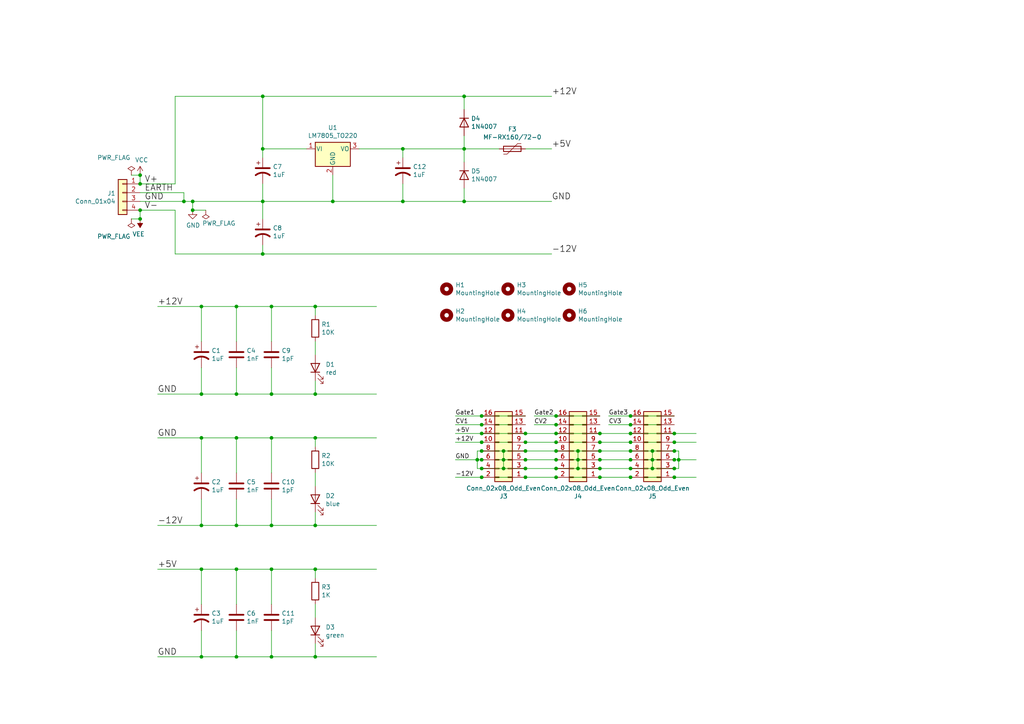
<source format=kicad_sch>
(kicad_sch (version 20230121) (generator eeschema)
  (paper "A4")
  (title_block (title "Eurorack Low  Noise Power") (date "2018-12-30") (rev "1") (company "Oliver Walczak"))
  (lib_symbols
    (symbol "Connector_Generic:Conn_01x04" (pin_names (offset 1.016) hide)
      (property "Reference" "J" (at 0 5.08 0))
      (property "Value" "Conn_01x04" (at 0 -7.62 0))
      (symbol "Conn_01x04_1_1"
        (rectangle (start -1.27 -4.953) (end 0 -5.207) (stroke (width 0.1524)))
        (rectangle (start -1.27 -2.413) (end 0 -2.667) (stroke (width 0.1524)))
        (rectangle (start -1.27 0.127) (end 0 -0.127) (stroke (width 0.1524)))
        (rectangle (start -1.27 2.667) (end 0 2.413) (stroke (width 0.1524)))
        (rectangle (start -1.27 3.81) (end 1.27 -6.35) (stroke (width 0.254)) (fill (type background)))
        (pin passive line (at -5.08 2.54 0) (length 3.81) (name "Pin_1") (number "1"))
        (pin passive line (at -5.08 0 0) (length 3.81) (name "Pin_2") (number "2"))
        (pin passive line (at -5.08 -2.54 0) (length 3.81) (name "Pin_3") (number "3"))
        (pin passive line (at -5.08 -5.08 0) (length 3.81) (name "Pin_4") (number "4"))
      )
    )
    (symbol "Connector_Generic:Conn_02x08_Odd_Even" (pin_names (offset 1.016) hide)
      (property "Reference" "J" (at 1.27 10.16 0))
      (property "Value" "Conn_02x08_Odd_Even" (at 1.27 -12.7 0))
      (symbol "Conn_02x08_Odd_Even_1_1"
        (rectangle (start -1.27 -10.033) (end 0 -10.287) (stroke (width 0.1524)))
        (rectangle (start -1.27 -7.493) (end 0 -7.747) (stroke (width 0.1524)))
        (rectangle (start -1.27 -4.953) (end 0 -5.207) (stroke (width 0.1524)))
        (rectangle (start -1.27 -2.413) (end 0 -2.667) (stroke (width 0.1524)))
        (rectangle (start -1.27 0.127) (end 0 -0.127) (stroke (width 0.1524)))
        (rectangle (start -1.27 2.667) (end 0 2.413) (stroke (width 0.1524)))
        (rectangle (start -1.27 5.207) (end 0 4.953) (stroke (width 0.1524)))
        (rectangle (start -1.27 7.747) (end 0 7.493) (stroke (width 0.1524)))
        (rectangle (start -1.27 8.89) (end 3.81 -11.43) (stroke (width 0.254)) (fill (type background)))
        (rectangle (start 3.81 -10.033) (end 2.54 -10.287) (stroke (width 0.1524)))
        (rectangle (start 3.81 -7.493) (end 2.54 -7.747) (stroke (width 0.1524)))
        (rectangle (start 3.81 -4.953) (end 2.54 -5.207) (stroke (width 0.1524)))
        (rectangle (start 3.81 -2.413) (end 2.54 -2.667) (stroke (width 0.1524)))
        (rectangle (start 3.81 0.127) (end 2.54 -0.127) (stroke (width 0.1524)))
        (rectangle (start 3.81 2.667) (end 2.54 2.413) (stroke (width 0.1524)))
        (rectangle (start 3.81 5.207) (end 2.54 4.953) (stroke (width 0.1524)))
        (rectangle (start 3.81 7.747) (end 2.54 7.493) (stroke (width 0.1524)))
        (pin passive line (at -5.08 7.62 0) (length 3.81) (name "Pin_1") (number "1"))
        (pin passive line (at 7.62 -2.54 180) (length 3.81) (name "Pin_10") (number "10"))
        (pin passive line (at -5.08 -5.08 0) (length 3.81) (name "Pin_11") (number "11"))
        (pin passive line (at 7.62 -5.08 180) (length 3.81) (name "Pin_12") (number "12"))
        (pin passive line (at -5.08 -7.62 0) (length 3.81) (name "Pin_13") (number "13"))
        (pin passive line (at 7.62 -7.62 180) (length 3.81) (name "Pin_14") (number "14"))
        (pin passive line (at -5.08 -10.16 0) (length 3.81) (name "Pin_15") (number "15"))
        (pin passive line (at 7.62 -10.16 180) (length 3.81) (name "Pin_16") (number "16"))
        (pin passive line (at 7.62 7.62 180) (length 3.81) (name "Pin_2") (number "2"))
        (pin passive line (at -5.08 5.08 0) (length 3.81) (name "Pin_3") (number "3"))
        (pin passive line (at 7.62 5.08 180) (length 3.81) (name "Pin_4") (number "4"))
        (pin passive line (at -5.08 2.54 0) (length 3.81) (name "Pin_5") (number "5"))
        (pin passive line (at 7.62 2.54 180) (length 3.81) (name "Pin_6") (number "6"))
        (pin passive line (at -5.08 0 0) (length 3.81) (name "Pin_7") (number "7"))
        (pin passive line (at 7.62 0 180) (length 3.81) (name "Pin_8") (number "8"))
        (pin passive line (at -5.08 -2.54 0) (length 3.81) (name "Pin_9") (number "9"))
      )
    )
    (symbol "Device:C" (pin_numbers hide) (pin_names (offset 0.254))
      (property "Reference" "C" (at 0.635 2.54 0))
      (property "Value" "C" (at 0.635 -2.54 0))
      (symbol "C_0_1"
        (polyline (pts (xy -2.032 -0.762) (xy 2.032 -0.762)) (stroke (width 0.508)))
        (polyline (pts (xy -2.032 0.762) (xy 2.032 0.762)) (stroke (width 0.508)))
      )
      (symbol "C_1_1"
        (pin passive line (at 0 3.81 270) (length 2.794) (name "~") (number "1"))
        (pin passive line (at 0 -3.81 90) (length 2.794) (name "~") (number "2"))
      )
    )
    (symbol "Device:D" (pin_numbers hide) (pin_names (offset 1.016) hide)
      (property "Reference" "D" (at 0 2.54 0))
      (property "Value" "D" (at 0 -2.54 0))
      (symbol "D_0_1"
        (polyline (pts (xy -1.27 1.27) (xy -1.27 -1.27)) (stroke (width 0.254)))
        (polyline (pts (xy 1.27 0) (xy -1.27 0)))
        (polyline (pts (xy 1.27 1.27) (xy 1.27 -1.27) (xy -1.27 0) (xy 1.27 1.27)) (stroke (width 0.254)))
      )
      (symbol "D_1_1"
        (pin passive line (at -3.81 0 0) (length 2.54) (name "K") (number "1"))
        (pin passive line (at 3.81 0 180) (length 2.54) (name "A") (number "2"))
      )
    )
    (symbol "Device:LED" (pin_numbers hide) (pin_names (offset 1.016) hide)
      (property "Reference" "D" (at 0 2.54 0))
      (property "Value" "LED" (at 0 -2.54 0))
      (symbol "LED_0_1"
        (polyline (pts (xy -1.27 -1.27) (xy -1.27 1.27)) (stroke (width 0.254)))
        (polyline (pts (xy -1.27 0) (xy 1.27 0)))
        (polyline (pts (xy 1.27 -1.27) (xy 1.27 1.27) (xy -1.27 0) (xy 1.27 -1.27)) (stroke (width 0.254)))
        (polyline (pts (xy -3.048 -0.762) (xy -4.572 -2.286) (xy -3.81 -2.286) (xy -4.572 -2.286) (xy -4.572 -1.524)))
        (polyline (pts (xy -1.778 -0.762) (xy -3.302 -2.286) (xy -2.54 -2.286) (xy -3.302 -2.286) (xy -3.302 -1.524)))
      )
      (symbol "LED_1_1"
        (pin passive line (at -3.81 0 0) (length 2.54) (name "K") (number "1"))
        (pin passive line (at 3.81 0 180) (length 2.54) (name "A") (number "2"))
      )
    )
    (symbol "Device:Polyfuse" (pin_numbers hide) (pin_names (offset 0))
      (property "Reference" "F" (at -2.54 0 90))
      (property "Value" "Polyfuse" (at 2.54 0 90))
      (symbol "Polyfuse_0_1"
        (rectangle (start -0.762 2.54) (end 0.762 -2.54) (stroke (width 0.254)))
        (polyline (pts (xy 0 2.54) (xy 0 -2.54)))
        (polyline (pts (xy -1.524 2.54) (xy -1.524 1.524) (xy 1.524 -1.524) (xy 1.524 -2.54)))
      )
      (symbol "Polyfuse_1_1"
        (pin passive line (at 0 3.81 270) (length 1.27) (name "~") (number "1"))
        (pin passive line (at 0 -3.81 90) (length 1.27) (name "~") (number "2"))
      )
    )
    (symbol "Device:R" (pin_numbers hide) (pin_names (offset 0))
      (property "Reference" "R" (at 2.032 0 90))
      (property "Value" "R" (at 0 0 90))
      (symbol "R_0_1"
        (rectangle (start -1.016 -2.54) (end 1.016 2.54) (stroke (width 0.254)))
      )
      (symbol "R_1_1"
        (pin passive line (at 0 3.81 270) (length 1.27) (name "~") (number "1"))
        (pin passive line (at 0 -3.81 90) (length 1.27) (name "~") (number "2"))
      )
    )
    (symbol "EuroRack_LowNoisePowerPCB-rescue:CP1-Device" (pin_numbers hide) (pin_names (offset 0.254) hide)
      (property "Reference" "C" (at 0.635 2.54 0))
      (property "Value" "Device_CP1" (at 0.635 -2.54 0))
      (symbol "CP1-Device_0_1"
        (polyline (pts (xy -2.032 0.762) (xy 2.032 0.762)) (stroke (width 0.508)))
        (polyline (pts (xy -1.778 2.286) (xy -0.762 2.286)))
        (polyline (pts (xy -1.27 1.778) (xy -1.27 2.794)))
        (arc (start 2.032 -1.27) (mid 0 -0.5572) (end -2.032 -1.27) (stroke (width 0.508)))
      )
      (symbol "CP1-Device_1_1"
        (pin passive line (at 0 3.81 270) (length 2.794) (name "~") (number "1"))
        (pin passive line (at 0 -3.81 90) (length 3.302) (name "~") (number "2"))
      )
    )
    (symbol "Mechanical:MountingHole" (pin_names (offset 1.016))
      (property "Reference" "H" (at 0 5.08 0))
      (property "Value" "MountingHole" (at 0 3.175 0))
      (symbol "MountingHole_0_1"
        (circle (center 0 0) (radius 1.27) (stroke (width 1.27)))
      )
    )
    (symbol "Regulator_Linear:LM7805_TO220" (pin_names (offset 0.254))
      (property "Reference" "U" (at -3.81 3.175 0))
      (property "Value" "LM7805_TO220" (at 0 3.175 0))
      (symbol "LM7805_TO220_0_1"
        (rectangle (start -5.08 1.905) (end 5.08 -5.08) (stroke (width 0.254)) (fill (type background)))
      )
      (symbol "LM7805_TO220_1_1"
        (pin power_in line (at -7.62 0 0) (length 2.54) (name "VI") (number "1"))
        (pin power_in line (at 0 -7.62 90) (length 2.54) (name "GND") (number "2"))
        (pin power_out line (at 7.62 0 180) (length 2.54) (name "VO") (number "3"))
      )
    )
    (symbol "power:GND" (power) (pin_names (offset 0))
      (property "Value" "GND" (at 0 -3.81 0))
      (symbol "GND_0_1"
        (polyline (pts (xy 0 0) (xy 0 -1.27) (xy 1.27 -1.27) (xy 0 -2.54) (xy -1.27 -1.27) (xy 0 -1.27)))
      )
      (symbol "GND_1_1"
        (pin power_in line (at 0 0 270) (length 0) hide (name "GND") (number "1"))
      )
    )
    (symbol "power:PWR_FLAG" (power) (pin_numbers hide) (pin_names (offset 0) hide)
      (property "Value" "PWR_FLAG" (at 0 3.81 0))
      (symbol "PWR_FLAG_0_0"
        (pin power_out line (at 0 0 90) (length 0) (name "pwr") (number "1"))
      )
      (symbol "PWR_FLAG_0_1"
        (polyline (pts (xy 0 0) (xy 0 1.27) (xy -1.016 1.905) (xy 0 2.54) (xy 1.016 1.905) (xy 0 1.27)))
      )
    )
    (symbol "power:VCC" (power) (pin_names (offset 0))
      (property "Value" "VCC" (at 0 3.81 0))
      (symbol "VCC_0_1"
        (polyline (pts (xy -0.762 1.27) (xy 0 2.54)))
        (polyline (pts (xy 0 0) (xy 0 2.54)))
        (polyline (pts (xy 0 2.54) (xy 0.762 1.27)))
      )
      (symbol "VCC_1_1"
        (pin power_in line (at 0 0 90) (length 0) hide (name "VCC") (number "1"))
      )
    )
    (symbol "power:VEE" (power) (pin_names (offset 0))
      (property "Value" "VEE" (at 0 3.81 0))
      (symbol "VEE_0_1"
        (polyline (pts (xy 0 0) (xy 0 2.54)))
        (polyline (pts (xy 0.762 1.27) (xy -0.762 1.27) (xy 0 2.54) (xy 0.762 1.27)) (fill (type outline)))
      )
      (symbol "VEE_1_1"
        (pin power_in line (at 0 0 90) (length 0) hide (name "VEE") (number "1"))
      )
    )
  )
  (junction (at 68.58 114.3))
  (junction (at 58.42 152.4))
  (junction (at 134.62 58.42))
  (junction (at 68.58 190.5))
  (junction (at 152.4 133.35))
  (junction (at 195.58 125.73))
  (junction (at 152.4 128.27))
  (junction (at 40.64 50.8))
  (junction (at 91.44 127))
  (junction (at 68.58 127))
  (junction (at 139.7 135.89))
  (junction (at 139.7 138.43))
  (junction (at 116.84 58.42))
  (junction (at 68.58 88.9))
  (junction (at 161.29 130.81))
  (junction (at 195.58 130.81))
  (junction (at 189.23 135.89))
  (junction (at 76.2 58.42))
  (junction (at 58.42 127))
  (junction (at 78.74 114.3))
  (junction (at 189.23 133.35))
  (junction (at 139.7 123.19))
  (junction (at 146.05 135.89))
  (junction (at 146.05 133.35))
  (junction (at 134.62 27.94))
  (junction (at 195.58 133.35))
  (junction (at 55.88 58.42))
  (junction (at 173.99 133.35))
  (junction (at 161.29 128.27))
  (junction (at 78.74 190.5))
  (junction (at 167.64 133.35))
  (junction (at 55.88 60.96))
  (junction (at 40.64 60.96))
  (junction (at 58.42 165.1))
  (junction (at 182.88 130.81))
  (junction (at 182.88 138.43))
  (junction (at 40.64 53.34))
  (junction (at 161.29 120.65))
  (junction (at 182.88 125.73))
  (junction (at 40.64 63.5))
  (junction (at 91.44 152.4))
  (junction (at 76.2 27.94))
  (junction (at 182.88 123.19))
  (junction (at 53.34 58.42))
  (junction (at 68.58 165.1))
  (junction (at 152.4 138.43))
  (junction (at 139.7 130.81))
  (junction (at 173.99 138.43))
  (junction (at 173.99 130.81))
  (junction (at 196.85 133.35))
  (junction (at 139.7 133.35))
  (junction (at 152.4 125.73))
  (junction (at 68.58 152.4))
  (junction (at 189.23 130.81))
  (junction (at 139.7 128.27))
  (junction (at 146.05 130.81))
  (junction (at 161.29 133.35))
  (junction (at 173.99 128.27))
  (junction (at 167.64 130.81))
  (junction (at 78.74 165.1))
  (junction (at 58.42 190.5))
  (junction (at 182.88 135.89))
  (junction (at 116.84 43.18))
  (junction (at 173.99 125.73))
  (junction (at 91.44 190.5))
  (junction (at 182.88 120.65))
  (junction (at 78.74 127))
  (junction (at 58.42 114.3))
  (junction (at 138.43 133.35))
  (junction (at 161.29 123.19))
  (junction (at 134.62 43.18))
  (junction (at 173.99 135.89))
  (junction (at 76.2 43.18))
  (junction (at 152.4 130.81))
  (junction (at 195.58 138.43))
  (junction (at 78.74 88.9))
  (junction (at 78.74 152.4))
  (junction (at 91.44 88.9))
  (junction (at 182.88 133.35))
  (junction (at 195.58 135.89))
  (junction (at 139.7 120.65))
  (junction (at 161.29 135.89))
  (junction (at 91.44 114.3))
  (junction (at 161.29 138.43))
  (junction (at 96.52 58.42))
  (junction (at 91.44 165.1))
  (junction (at 167.64 135.89))
  (junction (at 58.42 88.9))
  (junction (at 139.7 125.73))
  (junction (at 182.88 128.27))
  (junction (at 161.29 125.73))
  (junction (at 76.2 73.66))
  (junction (at 195.58 128.27))
  (junction (at 152.4 135.89))
  (wire (pts (xy 139.7 125.73) (xy 152.4 125.73)))
  (wire (pts (xy 38.1 63.5) (xy 40.64 63.5)))
  (wire (pts (xy 58.42 175.26) (xy 58.42 165.1)))
  (wire (pts (xy 167.64 130.81) (xy 173.99 130.81)))
  (wire (pts (xy 154.94 120.65) (xy 161.29 120.65)))
  (wire (pts (xy 138.43 130.81) (xy 139.7 130.81)))
  (wire (pts (xy 55.88 58.42) (xy 76.2 58.42)))
  (wire (pts (xy 139.7 123.19) (xy 132.08 123.19)))
  (wire (pts (xy 91.44 175.26) (xy 91.44 179.07)))
  (wire (pts (xy 76.2 71.12) (xy 76.2 73.66)))
  (wire (pts (xy 45.72 152.4) (xy 58.42 152.4)))
  (wire (pts (xy 91.44 190.5) (xy 109.22 190.5)))
  (wire (pts (xy 50.8 60.96) (xy 40.64 60.96)))
  (wire (pts (xy 152.4 125.73) (xy 161.29 125.73)))
  (wire (pts (xy 58.42 144.78) (xy 58.42 152.4)))
  (wire (pts (xy 78.74 144.78) (xy 78.74 152.4)))
  (wire (pts (xy 146.05 130.81) (xy 152.4 130.81)))
  (wire (pts (xy 76.2 73.66) (xy 160.02 73.66)))
  (wire (pts (xy 139.7 130.81) (xy 146.05 130.81)))
  (wire (pts (xy 40.64 58.42) (xy 53.34 58.42)))
  (wire (pts (xy 134.62 43.18) (xy 134.62 46.99)))
  (wire (pts (xy 91.44 152.4) (xy 109.22 152.4)))
  (wire (pts (xy 96.52 58.42) (xy 116.84 58.42)))
  (wire (pts (xy 132.08 133.35) (xy 138.43 133.35)))
  (wire (pts (xy 78.74 165.1) (xy 78.74 175.26)))
  (wire (pts (xy 45.72 88.9) (xy 58.42 88.9)))
  (wire (pts (xy 76.2 43.18) (xy 88.9 43.18)))
  (wire (pts (xy 76.2 43.18) (xy 76.2 27.94)))
  (wire (pts (xy 45.72 127) (xy 58.42 127)))
  (wire (pts (xy 189.23 133.35) (xy 195.58 133.35)))
  (wire (pts (xy 146.05 130.81) (xy 146.05 133.35)))
  (wire (pts (xy 58.42 152.4) (xy 68.58 152.4)))
  (wire (pts (xy 91.44 127) (xy 109.22 127)))
  (wire (pts (xy 58.42 190.5) (xy 68.58 190.5)))
  (wire (pts (xy 58.42 114.3) (xy 68.58 114.3)))
  (wire (pts (xy 196.85 130.81) (xy 196.85 133.35)))
  (wire (pts (xy 152.4 133.35) (xy 161.29 133.35)))
  (wire (pts (xy 68.58 88.9) (xy 68.58 99.06)))
  (wire (pts (xy 68.58 152.4) (xy 78.74 152.4)))
  (wire (pts (xy 195.58 123.19) (xy 182.88 123.19)))
  (wire (pts (xy 182.88 128.27) (xy 195.58 128.27)))
  (wire (pts (xy 146.05 133.35) (xy 152.4 133.35)))
  (wire (pts (xy 91.44 88.9) (xy 109.22 88.9)))
  (wire (pts (xy 55.88 60.96) (xy 55.88 58.42)))
  (wire (pts (xy 176.53 120.65) (xy 182.88 120.65)))
  (wire (pts (xy 132.08 128.27) (xy 139.7 128.27)))
  (wire (pts (xy 167.64 130.81) (xy 167.64 133.35)))
  (wire (pts (xy 182.88 130.81) (xy 189.23 130.81)))
  (wire (pts (xy 195.58 125.73) (xy 182.88 125.73)))
  (wire (pts (xy 59.69 60.96) (xy 55.88 60.96)))
  (wire (pts (xy 68.58 144.78) (xy 68.58 152.4)))
  (wire (pts (xy 91.44 114.3) (xy 109.22 114.3)))
  (wire (pts (xy 78.74 190.5) (xy 91.44 190.5)))
  (wire (pts (xy 189.23 135.89) (xy 195.58 135.89)))
  (wire (pts (xy 58.42 99.06) (xy 58.42 88.9)))
  (wire (pts (xy 132.08 138.43) (xy 139.7 138.43)))
  (wire (pts (xy 152.4 120.65) (xy 139.7 120.65)))
  (wire (pts (xy 195.58 120.65) (xy 182.88 120.65)))
  (wire (pts (xy 134.62 58.42) (xy 160.02 58.42)))
  (wire (pts (xy 50.8 27.94) (xy 50.8 53.34)))
  (wire (pts (xy 161.29 133.35) (xy 167.64 133.35)))
  (wire (pts (xy 139.7 120.65) (xy 132.08 120.65)))
  (wire (pts (xy 152.4 130.81) (xy 161.29 130.81)))
  (wire (pts (xy 152.4 135.89) (xy 161.29 135.89)))
  (wire (pts (xy 91.44 129.54) (xy 91.44 127)))
  (wire (pts (xy 134.62 54.61) (xy 134.62 58.42)))
  (wire (pts (xy 78.74 88.9) (xy 78.74 99.06)))
  (wire (pts (xy 91.44 165.1) (xy 91.44 167.64)))
  (wire (pts (xy 50.8 27.94) (xy 76.2 27.94)))
  (wire (pts (xy 45.72 114.3) (xy 58.42 114.3)))
  (wire (pts (xy 116.84 58.42) (xy 116.84 53.34)))
  (wire (pts (xy 161.29 130.81) (xy 167.64 130.81)))
  (wire (pts (xy 58.42 88.9) (xy 68.58 88.9)))
  (wire (pts (xy 96.52 58.42) (xy 96.52 50.8)))
  (wire (pts (xy 152.4 123.19) (xy 139.7 123.19)))
  (wire (pts (xy 68.58 137.16) (xy 68.58 127)))
  (wire (pts (xy 38.1 50.8) (xy 40.64 50.8)))
  (wire (pts (xy 91.44 88.9) (xy 91.44 91.44)))
  (wire (pts (xy 161.29 125.73) (xy 173.99 125.73)))
  (wire (pts (xy 201.93 128.27) (xy 195.58 128.27)))
  (wire (pts (xy 189.23 135.89) (xy 189.23 133.35)))
  (wire (pts (xy 146.05 135.89) (xy 152.4 135.89)))
  (wire (pts (xy 91.44 165.1) (xy 109.22 165.1)))
  (wire (pts (xy 68.58 88.9) (xy 78.74 88.9)))
  (wire (pts (xy 91.44 102.87) (xy 91.44 99.06)))
  (wire (pts (xy 45.72 190.5) (xy 58.42 190.5)))
  (wire (pts (xy 116.84 43.18) (xy 134.62 43.18)))
  (wire (pts (xy 189.23 130.81) (xy 189.23 133.35)))
  (wire (pts (xy 138.43 135.89) (xy 138.43 133.35)))
  (wire (pts (xy 68.58 175.26) (xy 68.58 165.1)))
  (wire (pts (xy 195.58 138.43) (xy 201.93 138.43)))
  (wire (pts (xy 45.72 165.1) (xy 58.42 165.1)))
  (wire (pts (xy 196.85 135.89) (xy 196.85 133.35)))
  (wire (pts (xy 195.58 133.35) (xy 196.85 133.35)))
  (wire (pts (xy 173.99 130.81) (xy 182.88 130.81)))
  (wire (pts (xy 68.58 190.5) (xy 78.74 190.5)))
  (wire (pts (xy 78.74 165.1) (xy 91.44 165.1)))
  (wire (pts (xy 173.99 125.73) (xy 182.88 125.73)))
  (wire (pts (xy 139.7 138.43) (xy 152.4 138.43)))
  (wire (pts (xy 139.7 135.89) (xy 146.05 135.89)))
  (wire (pts (xy 173.99 128.27) (xy 182.88 128.27)))
  (wire (pts (xy 91.44 114.3) (xy 91.44 110.49)))
  (wire (pts (xy 138.43 135.89) (xy 139.7 135.89)))
  (wire (pts (xy 173.99 135.89) (xy 182.88 135.89)))
  (wire (pts (xy 68.58 165.1) (xy 78.74 165.1)))
  (wire (pts (xy 40.64 55.88) (xy 53.34 55.88)))
  (wire (pts (xy 68.58 182.88) (xy 68.58 190.5)))
  (wire (pts (xy 173.99 138.43) (xy 182.88 138.43)))
  (wire (pts (xy 134.62 39.37) (xy 134.62 43.18)))
  (wire (pts (xy 195.58 135.89) (xy 196.85 135.89)))
  (wire (pts (xy 139.7 128.27) (xy 152.4 128.27)))
  (wire (pts (xy 40.64 53.34) (xy 40.64 50.8)))
  (wire (pts (xy 182.88 138.43) (xy 195.58 138.43)))
  (wire (pts (xy 154.94 123.19) (xy 161.29 123.19)))
  (wire (pts (xy 58.42 106.68) (xy 58.42 114.3)))
  (wire (pts (xy 76.2 53.34) (xy 76.2 58.42)))
  (wire (pts (xy 152.4 43.18) (xy 160.02 43.18)))
  (wire (pts (xy 134.62 43.18) (xy 144.78 43.18)))
  (wire (pts (xy 78.74 137.16) (xy 78.74 127)))
  (wire (pts (xy 167.64 133.35) (xy 167.64 135.89)))
  (wire (pts (xy 78.74 106.68) (xy 78.74 114.3)))
  (wire (pts (xy 134.62 27.94) (xy 160.02 27.94)))
  (wire (pts (xy 161.29 138.43) (xy 173.99 138.43)))
  (wire (pts (xy 182.88 133.35) (xy 189.23 133.35)))
  (wire (pts (xy 139.7 133.35) (xy 146.05 133.35)))
  (wire (pts (xy 91.44 186.69) (xy 91.44 190.5)))
  (wire (pts (xy 50.8 53.34) (xy 40.64 53.34)))
  (wire (pts (xy 78.74 114.3) (xy 91.44 114.3)))
  (wire (pts (xy 76.2 58.42) (xy 76.2 63.5)))
  (wire (pts (xy 78.74 152.4) (xy 91.44 152.4)))
  (wire (pts (xy 161.29 135.89) (xy 167.64 135.89)))
  (wire (pts (xy 76.2 45.72) (xy 76.2 43.18)))
  (wire (pts (xy 91.44 148.59) (xy 91.44 152.4)))
  (wire (pts (xy 53.34 55.88) (xy 53.34 58.42)))
  (wire (pts (xy 50.8 73.66) (xy 76.2 73.66)))
  (wire (pts (xy 196.85 133.35) (xy 201.93 133.35)))
  (wire (pts (xy 195.58 130.81) (xy 196.85 130.81)))
  (wire (pts (xy 76.2 27.94) (xy 134.62 27.94)))
  (wire (pts (xy 167.64 133.35) (xy 173.99 133.35)))
  (wire (pts (xy 58.42 127) (xy 68.58 127)))
  (wire (pts (xy 116.84 43.18) (xy 116.84 45.72)))
  (wire (pts (xy 138.43 133.35) (xy 139.7 133.35)))
  (wire (pts (xy 152.4 138.43) (xy 161.29 138.43)))
  (wire (pts (xy 104.14 43.18) (xy 116.84 43.18)))
  (wire (pts (xy 50.8 60.96) (xy 50.8 73.66)))
  (wire (pts (xy 40.64 63.5) (xy 40.64 60.96)))
  (wire (pts (xy 58.42 182.88) (xy 58.42 190.5)))
  (wire (pts (xy 58.42 165.1) (xy 68.58 165.1)))
  (wire (pts (xy 68.58 106.68) (xy 68.58 114.3)))
  (wire (pts (xy 173.99 120.65) (xy 161.29 120.65)))
  (wire (pts (xy 116.84 58.42) (xy 134.62 58.42)))
  (wire (pts (xy 76.2 58.42) (xy 96.52 58.42)))
  (wire (pts (xy 68.58 114.3) (xy 78.74 114.3)))
  (wire (pts (xy 173.99 133.35) (xy 182.88 133.35)))
  (wire (pts (xy 78.74 182.88) (xy 78.74 190.5)))
  (wire (pts (xy 78.74 127) (xy 91.44 127)))
  (wire (pts (xy 189.23 130.81) (xy 195.58 130.81)))
  (wire (pts (xy 68.58 127) (xy 78.74 127)))
  (wire (pts (xy 152.4 128.27) (xy 161.29 128.27)))
  (wire (pts (xy 167.64 135.89) (xy 173.99 135.89)))
  (wire (pts (xy 78.74 88.9) (xy 91.44 88.9)))
  (wire (pts (xy 173.99 123.19) (xy 161.29 123.19)))
  (wire (pts (xy 176.53 123.19) (xy 182.88 123.19)))
  (wire (pts (xy 91.44 137.16) (xy 91.44 140.97)))
  (wire (pts (xy 138.43 130.81) (xy 138.43 133.35)))
  (wire (pts (xy 161.29 128.27) (xy 173.99 128.27)))
  (wire (pts (xy 58.42 127) (xy 58.42 137.16)))
  (wire (pts (xy 134.62 27.94) (xy 134.62 31.75)))
  (wire (pts (xy 53.34 58.42) (xy 55.88 58.42)))
  (wire (pts (xy 132.08 125.73) (xy 139.7 125.73)))
  (wire (pts (xy 182.88 135.89) (xy 189.23 135.89)))
  (wire (pts (xy 146.05 133.35) (xy 146.05 135.89)))
  (wire (pts (xy 195.58 125.73) (xy 201.93 125.73)))
  (label "+12V" (at 160.02 27.94 0) (effects (font (size 1.778 1.778))))
  (label "-12V" (at 45.72 152.4 0) (effects (font (size 1.778 1.778))))
  (label "+5V" (at 160.02 43.18 0) (effects (font (size 1.778 1.778))))
  (label "EARTH" (at 41.91 55.88 0) (effects (font (size 1.778 1.778))))
  (label "+12V" (at 132.08 128.27 0))
  (label "CV1" (at 132.08 123.19 0))
  (label "-12V" (at 132.08 138.43 0))
  (label "GND" (at 45.72 190.5 0) (effects (font (size 1.778 1.778))))
  (label "Gate1" (at 132.08 120.65 0))
  (label "Gate2" (at 154.94 120.65 0))
  (label "GND" (at 45.72 114.3 0) (effects (font (size 1.778 1.778))))
  (label "GND" (at 160.02 58.42 0) (effects (font (size 1.778 1.778))))
  (label "GND" (at 45.72 127 0) (effects (font (size 1.778 1.778))))
  (label "GND" (at 41.91 58.42 0) (effects (font (size 1.778 1.778))))
  (label "Gate3" (at 176.53 120.65 0))
  (label "CV2" (at 154.94 123.19 0))
  (label "+5V" (at 132.08 125.73 0))
  (label "-12V" (at 160.02 73.66 0) (effects (font (size 1.778 1.778))))
  (label "V+" (at 41.91 53.34 0) (effects (font (size 1.778 1.778))))
  (label "+5V" (at 45.72 165.1 0) (effects (font (size 1.778 1.778))))
  (label "V-" (at 41.91 60.96 0) (effects (font (size 1.778 1.778))))
  (label "GND" (at 132.08 133.35 0))
  (label "CV3" (at 176.53 123.19 0))
  (label "+12V" (at 45.72 88.9 0) (effects (font (size 1.778 1.778))))
  (symbol (lib_id "Connector_Generic:Conn_01x04") (at 35.56 55.88 0) (mirror y) (unit 1)
    (property "Reference" "J1" (at 33.528 56.0832 0) (effects (justify left)))
    (property "Value" "Conn_01x04" (at 33.528 58.3946 0) (effects (justify left)))
    (property "Footprint" "Connector_Phoenix_MSTB:PhoenixContact_MSTBA_2,5_4-G-5,08_1x04_P5.08mm_Horizontal" (effects hide))
  )
  (symbol (lib_id "Device:R") (at 91.44 171.45 0) (unit 1)
    (property "Reference" "R3" (at 93.218 170.2816 0) (effects (justify left)))
    (property "Value" "1K" (at 93.218 172.593 0) (effects (justify left)))
    (property "Footprint" "Resistor_THT:R_Axial_DIN0207_L6.3mm_D2.5mm_P7.62mm_Horizontal" (effects hide))
  )
  (symbol (lib_id "Device:R") (at 91.44 95.25 0) (unit 1)
    (property "Reference" "R1" (at 93.218 94.0816 0) (effects (justify left)))
    (property "Value" "10K" (at 93.218 96.393 0) (effects (justify left)))
    (property "Footprint" "Resistor_THT:R_Axial_DIN0207_L6.3mm_D2.5mm_P7.62mm_Horizontal" (effects hide))
  )
  (symbol (lib_id "Device:R") (at 91.44 133.35 0) (unit 1)
    (property "Reference" "R2" (at 93.218 132.1816 0) (effects (justify left)))
    (property "Value" "10K" (at 93.218 134.493 0) (effects (justify left)))
    (property "Footprint" "Resistor_THT:R_Axial_DIN0207_L6.3mm_D2.5mm_P7.62mm_Horizontal" (effects hide))
  )
  (symbol (lib_id "Device:C") (at 68.58 179.07 0) (unit 1)
    (property "Reference" "C6" (at 71.501 177.9016 0) (effects (justify left)))
    (property "Value" "1nF" (at 71.501 180.213 0) (effects (justify left)))
    (property "Footprint" "Capacitor_THT:C_Disc_D5.0mm_W2.5mm_P2.50mm" (effects hide))
  )
  (symbol (lib_id "EuroRack_LowNoisePowerPCB-rescue:CP1-Device") (at 58.42 179.07 0) (unit 1)
    (property "Reference" "C3" (at 61.341 177.9016 0) (effects (justify left)))
    (property "Value" "1uF" (at 61.341 180.213 0) (effects (justify left)))
    (property "Footprint" "Capacitor_THT:CP_Radial_D5.0mm_P2.00mm" (effects hide))
  )
  (symbol (lib_id "Device:D") (at 134.62 35.56 270) (unit 1)
    (property "Reference" "D4" (at 136.6266 34.3916 90) (effects (justify left)))
    (property "Value" "1N4007" (at 136.6266 36.703 90) (effects (justify left)))
    (property "Footprint" "Diode_THT:D_DO-34_SOD68_P7.62mm_Horizontal" (effects hide))
  )
  (symbol (lib_id "Device:LED") (at 91.44 182.88 90) (unit 1)
    (property "Reference" "D3" (at 94.4372 181.9148 90) (effects (justify right)))
    (property "Value" "green" (at 94.4372 184.2262 90) (effects (justify right)))
    (property "Footprint" "LED_THT:LED_D5.0mm" (effects hide))
  )
  (symbol (lib_id "Regulator_Linear:LM7805_TO220") (at 96.52 43.18 0) (unit 1)
    (property "Reference" "U1" (at 96.52 37.0332 0))
    (property "Value" "LM7805_TO220" (at 96.52 39.3446 0))
    (property "Footprint" "Package_TO_SOT_THT:TO-220-3_Vertical" (effects hide))
    (property "Datasheet" "http://www.fairchildsemi.com/ds/LM/LM7805.pdf" (effects hide))
  )
  (symbol (lib_id "Device:Polyfuse") (at 148.59 43.18 270) (unit 1)
    (property "Reference" "F3" (at 148.59 37.465 90))
    (property "Value" "MF-RX160/72-0" (at 148.59 39.7764 90))
    (property "Footprint" "Fuse:Fuse_Bourns_MF-RG900" (effects hide))
  )
  (symbol (lib_id "Device:D") (at 134.62 50.8 270) (unit 1)
    (property "Reference" "D5" (at 136.6266 49.6316 90) (effects (justify left)))
    (property "Value" "1N4007" (at 136.6266 51.943 90) (effects (justify left)))
    (property "Footprint" "Diode_THT:D_DO-34_SOD68_P7.62mm_Horizontal" (effects hide))
  )
  (symbol (lib_id "Device:LED") (at 91.44 106.68 90) (unit 1)
    (property "Reference" "D1" (at 94.4372 105.7148 90) (effects (justify right)))
    (property "Value" "red" (at 94.4372 108.0262 90) (effects (justify right)))
    (property "Footprint" "LED_THT:LED_D5.0mm" (effects hide))
  )
  (symbol (lib_id "Device:LED") (at 91.44 144.78 90) (unit 1)
    (property "Reference" "D2" (at 94.4118 143.8148 90) (effects (justify right)))
    (property "Value" "blue" (at 94.4118 146.1262 90) (effects (justify right)))
    (property "Footprint" "LED_THT:LED_D5.0mm" (effects hide))
  )
  (symbol (lib_id "Device:C") (at 78.74 179.07 0) (unit 1)
    (property "Reference" "C11" (at 81.661 177.9016 0) (effects (justify left)))
    (property "Value" "1pF" (at 81.661 180.213 0) (effects (justify left)))
    (property "Footprint" "Capacitor_THT:C_Disc_D5.0mm_W2.5mm_P2.50mm" (effects hide))
  )
  (symbol (lib_id "EuroRack_LowNoisePowerPCB-rescue:CP1-Device") (at 58.42 102.87 0) (unit 1)
    (property "Reference" "C1" (at 61.341 101.7016 0) (effects (justify left)))
    (property "Value" "1uF" (at 61.341 104.013 0) (effects (justify left)))
    (property "Footprint" "Capacitor_THT:CP_Radial_D5.0mm_P2.00mm" (effects hide))
  )
  (symbol (lib_id "Device:C") (at 68.58 102.87 0) (unit 1)
    (property "Reference" "C4" (at 71.501 101.7016 0) (effects (justify left)))
    (property "Value" "1nF" (at 71.501 104.013 0) (effects (justify left)))
    (property "Footprint" "Capacitor_THT:C_Disc_D5.0mm_W2.5mm_P2.50mm" (effects hide))
  )
  (symbol (lib_id "Device:C") (at 78.74 102.87 0) (unit 1)
    (property "Reference" "C9" (at 81.661 101.7016 0) (effects (justify left)))
    (property "Value" "1pF" (at 81.661 104.013 0) (effects (justify left)))
    (property "Footprint" "Capacitor_THT:C_Disc_D5.0mm_W2.5mm_P2.50mm" (effects hide))
  )
  (symbol (lib_id "EuroRack_LowNoisePowerPCB-rescue:CP1-Device") (at 58.42 140.97 0) (unit 1)
    (property "Reference" "C2" (at 61.341 139.8016 0) (effects (justify left)))
    (property "Value" "1uF" (at 61.341 142.113 0) (effects (justify left)))
    (property "Footprint" "Capacitor_THT:CP_Radial_D5.0mm_P2.00mm" (effects hide))
  )
  (symbol (lib_id "Device:C") (at 68.58 140.97 0) (unit 1)
    (property "Reference" "C5" (at 71.501 139.8016 0) (effects (justify left)))
    (property "Value" "1nF" (at 71.501 142.113 0) (effects (justify left)))
    (property "Footprint" "Capacitor_THT:C_Disc_D5.0mm_W2.5mm_P2.50mm" (effects hide))
  )
  (symbol (lib_id "Device:C") (at 78.74 140.97 0) (unit 1)
    (property "Reference" "C10" (at 81.661 139.8016 0) (effects (justify left)))
    (property "Value" "1pF" (at 81.661 142.113 0) (effects (justify left)))
    (property "Footprint" "Capacitor_THT:C_Disc_D5.0mm_W2.5mm_P2.50mm" (effects hide))
  )
  (symbol (lib_id "EuroRack_LowNoisePowerPCB-rescue:CP1-Device") (at 76.2 67.31 0) (unit 1)
    (property "Reference" "C8" (at 79.121 66.1416 0) (effects (justify left)))
    (property "Value" "1uF" (at 79.121 68.453 0) (effects (justify left)))
    (property "Footprint" "Capacitor_THT:CP_Radial_D5.0mm_P2.00mm" (effects hide))
  )
  (symbol (lib_id "EuroRack_LowNoisePowerPCB-rescue:CP1-Device") (at 76.2 49.53 0) (unit 1)
    (property "Reference" "C7" (at 79.121 48.3616 0) (effects (justify left)))
    (property "Value" "1uF" (at 79.121 50.673 0) (effects (justify left)))
    (property "Footprint" "Capacitor_THT:CP_Radial_D5.0mm_P2.00mm" (effects hide))
  )
  (symbol (lib_id "EuroRack_LowNoisePowerPCB-rescue:CP1-Device") (at 116.84 49.53 0) (unit 1)
    (property "Reference" "C12" (at 119.761 48.3616 0) (effects (justify left)))
    (property "Value" "1uF" (at 119.761 50.673 0) (effects (justify left)))
    (property "Footprint" "Capacitor_THT:CP_Radial_D5.0mm_P2.00mm" (effects hide))
  )
  (symbol (lib_id "Connector_Generic:Conn_02x08_Odd_Even") (at 147.32 130.81 180) (unit 1)
    (property "Reference" "J3" (at 146.05 143.9418 0))
    (property "Value" "Conn_02x08_Odd_Even" (at 146.05 141.6304 0))
    (property "Footprint" "Connector_IDC:IDC-Header_2x08_P2.54mm_Vertical" (effects hide))
  )
  (symbol (lib_id "Connector_Generic:Conn_02x08_Odd_Even") (at 168.91 130.81 180) (unit 1)
    (property "Reference" "J4" (at 167.64 143.9418 0))
    (property "Value" "Conn_02x08_Odd_Even" (at 167.64 141.6304 0))
    (property "Footprint" "Connector_IDC:IDC-Header_2x08_P2.54mm_Vertical" (effects hide))
  )
  (symbol (lib_id "Connector_Generic:Conn_02x08_Odd_Even") (at 190.5 130.81 180) (unit 1)
    (property "Reference" "J5" (at 189.23 143.9418 0))
    (property "Value" "Conn_02x08_Odd_Even" (at 189.23 141.6304 0))
    (property "Footprint" "Connector_IDC:IDC-Header_2x08_P2.54mm_Vertical" (effects hide))
  )
  (symbol (lib_id "power:GND") (at 55.88 60.96 0) (unit 1)
    (property "Reference" "#PWR03" (effects hide))
    (property "Value" "GND" (at 56.007 65.3542 0))
  )
  (symbol (lib_id "power:VEE") (at 40.64 63.5 180) (unit 1)
    (property "Reference" "#PWR02" (effects hide))
    (property "Value" "VEE" (at 40.1828 67.8942 0))
  )
  (symbol (lib_id "power:VCC") (at 40.64 50.8 0) (unit 1)
    (property "Reference" "#PWR01" (effects hide))
    (property "Value" "VCC" (at 41.0718 46.4058 0))
  )
  (symbol (lib_id "power:PWR_FLAG") (at 38.1 50.8 0) (unit 1)
    (property "Reference" "#FLG01" (effects hide))
    (property "Value" "PWR_FLAG" (at 33.02 45.72 0))
  )
  (symbol (lib_id "power:PWR_FLAG") (at 38.1 63.5 180) (unit 1)
    (property "Reference" "#FLG02" (effects hide))
    (property "Value" "PWR_FLAG" (at 33.02 68.58 0))
  )
  (symbol (lib_id "power:PWR_FLAG") (at 59.69 60.96 180) (unit 1)
    (property "Reference" "#FLG03" (effects hide))
    (property "Value" "PWR_FLAG" (at 63.5 64.77 0))
  )
  (symbol (lib_id "Mechanical:MountingHole") (at 129.54 83.82 0) (unit 1)
    (property "Reference" "H1" (at 132.08 82.6516 0) (effects (justify left)))
    (property "Value" "MountingHole" (at 132.08 84.963 0) (effects (justify left)))
    (property "Footprint" "MountingHole:MountingHole_4.3mm_M4" (effects hide))
  )
  (symbol (lib_id "Mechanical:MountingHole") (at 147.32 83.82 0) (unit 1)
    (property "Reference" "H3" (at 149.86 82.6516 0) (effects (justify left)))
    (property "Value" "MountingHole" (at 149.86 84.963 0) (effects (justify left)))
    (property "Footprint" "MountingHole:MountingHole_4.3mm_M4" (effects hide))
  )
  (symbol (lib_id "Mechanical:MountingHole") (at 129.54 91.44 0) (unit 1)
    (property "Reference" "H2" (at 132.08 90.2716 0) (effects (justify left)))
    (property "Value" "MountingHole" (at 132.08 92.583 0) (effects (justify left)))
    (property "Footprint" "MountingHole:MountingHole_4.3mm_M4" (effects hide))
  )
  (symbol (lib_id "Mechanical:MountingHole") (at 147.32 91.44 0) (unit 1)
    (property "Reference" "H4" (at 149.86 90.2716 0) (effects (justify left)))
    (property "Value" "MountingHole" (at 149.86 92.583 0) (effects (justify left)))
    (property "Footprint" "MountingHole:MountingHole_4.3mm_M4" (effects hide))
  )
  (symbol (lib_id "Mechanical:MountingHole") (at 165.1 83.82 0) (unit 1)
    (property "Reference" "H5" (at 167.64 82.6516 0) (effects (justify left)))
    (property "Value" "MountingHole" (at 167.64 84.963 0) (effects (justify left)))
    (property "Footprint" "MountingHole:MountingHole_4.3mm_M4" (effects hide))
  )
  (symbol (lib_id "Mechanical:MountingHole") (at 165.1 91.44 0) (unit 1)
    (property "Reference" "H6" (at 167.64 90.2716 0) (effects (justify left)))
    (property "Value" "MountingHole" (at 167.64 92.583 0) (effects (justify left)))
    (property "Footprint" "MountingHole:MountingHole_4.3mm_M4" (effects hide))
  )
)
</source>
